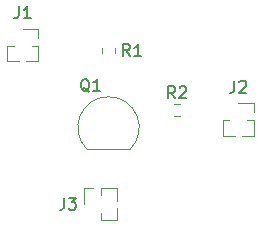
<source format=gbr>
%TF.GenerationSoftware,KiCad,Pcbnew,8.0.0*%
%TF.CreationDate,2024-04-01T19:04:45+08:00*%
%TF.ProjectId,tutorial file,7475746f-7269-4616-9c20-66696c652e6b,rev?*%
%TF.SameCoordinates,Original*%
%TF.FileFunction,Legend,Top*%
%TF.FilePolarity,Positive*%
%FSLAX46Y46*%
G04 Gerber Fmt 4.6, Leading zero omitted, Abs format (unit mm)*
G04 Created by KiCad (PCBNEW 8.0.0) date 2024-04-01 19:04:45*
%MOMM*%
%LPD*%
G01*
G04 APERTURE LIST*
%ADD10C,0.150000*%
%ADD11C,0.120000*%
G04 APERTURE END LIST*
D10*
X141658333Y-98024819D02*
X141325000Y-97548628D01*
X141086905Y-98024819D02*
X141086905Y-97024819D01*
X141086905Y-97024819D02*
X141467857Y-97024819D01*
X141467857Y-97024819D02*
X141563095Y-97072438D01*
X141563095Y-97072438D02*
X141610714Y-97120057D01*
X141610714Y-97120057D02*
X141658333Y-97215295D01*
X141658333Y-97215295D02*
X141658333Y-97358152D01*
X141658333Y-97358152D02*
X141610714Y-97453390D01*
X141610714Y-97453390D02*
X141563095Y-97501009D01*
X141563095Y-97501009D02*
X141467857Y-97548628D01*
X141467857Y-97548628D02*
X141086905Y-97548628D01*
X142039286Y-97120057D02*
X142086905Y-97072438D01*
X142086905Y-97072438D02*
X142182143Y-97024819D01*
X142182143Y-97024819D02*
X142420238Y-97024819D01*
X142420238Y-97024819D02*
X142515476Y-97072438D01*
X142515476Y-97072438D02*
X142563095Y-97120057D01*
X142563095Y-97120057D02*
X142610714Y-97215295D01*
X142610714Y-97215295D02*
X142610714Y-97310533D01*
X142610714Y-97310533D02*
X142563095Y-97453390D01*
X142563095Y-97453390D02*
X141991667Y-98024819D01*
X141991667Y-98024819D02*
X142610714Y-98024819D01*
X137833333Y-94454818D02*
X137500000Y-93978627D01*
X137261905Y-94454818D02*
X137261905Y-93454818D01*
X137261905Y-93454818D02*
X137642857Y-93454818D01*
X137642857Y-93454818D02*
X137738095Y-93502437D01*
X137738095Y-93502437D02*
X137785714Y-93550056D01*
X137785714Y-93550056D02*
X137833333Y-93645294D01*
X137833333Y-93645294D02*
X137833333Y-93788151D01*
X137833333Y-93788151D02*
X137785714Y-93883389D01*
X137785714Y-93883389D02*
X137738095Y-93931008D01*
X137738095Y-93931008D02*
X137642857Y-93978627D01*
X137642857Y-93978627D02*
X137261905Y-93978627D01*
X138785714Y-94454818D02*
X138214286Y-94454818D01*
X138500000Y-94454818D02*
X138500000Y-93454818D01*
X138500000Y-93454818D02*
X138404762Y-93597675D01*
X138404762Y-93597675D02*
X138309524Y-93692913D01*
X138309524Y-93692913D02*
X138214286Y-93740532D01*
X134404761Y-97490057D02*
X134309523Y-97442438D01*
X134309523Y-97442438D02*
X134214285Y-97347200D01*
X134214285Y-97347200D02*
X134071428Y-97204342D01*
X134071428Y-97204342D02*
X133976190Y-97156723D01*
X133976190Y-97156723D02*
X133880952Y-97156723D01*
X133928571Y-97394819D02*
X133833333Y-97347200D01*
X133833333Y-97347200D02*
X133738095Y-97251961D01*
X133738095Y-97251961D02*
X133690476Y-97061485D01*
X133690476Y-97061485D02*
X133690476Y-96728152D01*
X133690476Y-96728152D02*
X133738095Y-96537676D01*
X133738095Y-96537676D02*
X133833333Y-96442438D01*
X133833333Y-96442438D02*
X133928571Y-96394819D01*
X133928571Y-96394819D02*
X134119047Y-96394819D01*
X134119047Y-96394819D02*
X134214285Y-96442438D01*
X134214285Y-96442438D02*
X134309523Y-96537676D01*
X134309523Y-96537676D02*
X134357142Y-96728152D01*
X134357142Y-96728152D02*
X134357142Y-97061485D01*
X134357142Y-97061485D02*
X134309523Y-97251961D01*
X134309523Y-97251961D02*
X134214285Y-97347200D01*
X134214285Y-97347200D02*
X134119047Y-97394819D01*
X134119047Y-97394819D02*
X133928571Y-97394819D01*
X135309523Y-97394819D02*
X134738095Y-97394819D01*
X135023809Y-97394819D02*
X135023809Y-96394819D01*
X135023809Y-96394819D02*
X134928571Y-96537676D01*
X134928571Y-96537676D02*
X134833333Y-96632914D01*
X134833333Y-96632914D02*
X134738095Y-96680533D01*
X132261666Y-106454819D02*
X132261666Y-107169104D01*
X132261666Y-107169104D02*
X132214047Y-107311961D01*
X132214047Y-107311961D02*
X132118809Y-107407200D01*
X132118809Y-107407200D02*
X131975952Y-107454819D01*
X131975952Y-107454819D02*
X131880714Y-107454819D01*
X132642619Y-106454819D02*
X133261666Y-106454819D01*
X133261666Y-106454819D02*
X132928333Y-106835771D01*
X132928333Y-106835771D02*
X133071190Y-106835771D01*
X133071190Y-106835771D02*
X133166428Y-106883390D01*
X133166428Y-106883390D02*
X133214047Y-106931009D01*
X133214047Y-106931009D02*
X133261666Y-107026247D01*
X133261666Y-107026247D02*
X133261666Y-107264342D01*
X133261666Y-107264342D02*
X133214047Y-107359580D01*
X133214047Y-107359580D02*
X133166428Y-107407200D01*
X133166428Y-107407200D02*
X133071190Y-107454819D01*
X133071190Y-107454819D02*
X132785476Y-107454819D01*
X132785476Y-107454819D02*
X132690238Y-107407200D01*
X132690238Y-107407200D02*
X132642619Y-107359580D01*
X146666666Y-96549819D02*
X146666666Y-97264104D01*
X146666666Y-97264104D02*
X146619047Y-97406961D01*
X146619047Y-97406961D02*
X146523809Y-97502200D01*
X146523809Y-97502200D02*
X146380952Y-97549819D01*
X146380952Y-97549819D02*
X146285714Y-97549819D01*
X147095238Y-96645057D02*
X147142857Y-96597438D01*
X147142857Y-96597438D02*
X147238095Y-96549819D01*
X147238095Y-96549819D02*
X147476190Y-96549819D01*
X147476190Y-96549819D02*
X147571428Y-96597438D01*
X147571428Y-96597438D02*
X147619047Y-96645057D01*
X147619047Y-96645057D02*
X147666666Y-96740295D01*
X147666666Y-96740295D02*
X147666666Y-96835533D01*
X147666666Y-96835533D02*
X147619047Y-96978390D01*
X147619047Y-96978390D02*
X147047619Y-97549819D01*
X147047619Y-97549819D02*
X147666666Y-97549819D01*
X128410666Y-90258619D02*
X128410666Y-90972904D01*
X128410666Y-90972904D02*
X128363047Y-91115761D01*
X128363047Y-91115761D02*
X128267809Y-91211000D01*
X128267809Y-91211000D02*
X128124952Y-91258619D01*
X128124952Y-91258619D02*
X128029714Y-91258619D01*
X129410666Y-91258619D02*
X128839238Y-91258619D01*
X129124952Y-91258619D02*
X129124952Y-90258619D01*
X129124952Y-90258619D02*
X129029714Y-90401476D01*
X129029714Y-90401476D02*
X128934476Y-90496714D01*
X128934476Y-90496714D02*
X128839238Y-90544333D01*
D11*
%TO.C,R2*%
X141587742Y-98477500D02*
X142062258Y-98477500D01*
X141587742Y-99522500D02*
X142062258Y-99522500D01*
%TO.C,R1*%
X136522500Y-93762742D02*
X136522500Y-94237258D01*
X135477500Y-93762742D02*
X135477500Y-94237258D01*
%TO.C,Q1*%
X134217800Y-102350000D02*
X137817800Y-102350000D01*
X134179322Y-102338478D02*
G75*
G02*
X136017800Y-97900000I1838478J1838478D01*
G01*
X136017800Y-97900000D02*
G75*
G02*
X137856278Y-102338478I0J-2600000D01*
G01*
%TO.C,J3*%
X135365000Y-108330000D02*
X136695000Y-108330000D01*
X135365000Y-108330000D02*
X135365000Y-107760000D01*
X136695000Y-108330000D02*
X136695000Y-107307530D01*
X133970000Y-107000000D02*
X133970000Y-105670000D01*
X136695000Y-106692470D02*
X136695000Y-105670000D01*
X135365000Y-106240000D02*
X135365000Y-105670000D01*
X133970000Y-105670000D02*
X134730000Y-105670000D01*
X135365000Y-105670000D02*
X136695000Y-105670000D01*
%TO.C,J2*%
X145670000Y-99865000D02*
X145670000Y-101195000D01*
X145670000Y-99865000D02*
X146240000Y-99865000D01*
X145670000Y-101195000D02*
X146692470Y-101195000D01*
X147000000Y-98470000D02*
X148330000Y-98470000D01*
X147307530Y-101195000D02*
X148330000Y-101195000D01*
X147760000Y-99865000D02*
X148330000Y-99865000D01*
X148330000Y-98470000D02*
X148330000Y-99230000D01*
X148330000Y-99865000D02*
X148330000Y-101195000D01*
%TO.C,J1*%
X127414000Y-93573800D02*
X127414000Y-94903800D01*
X127414000Y-93573800D02*
X127984000Y-93573800D01*
X127414000Y-94903800D02*
X128436470Y-94903800D01*
X128744000Y-92178800D02*
X130074000Y-92178800D01*
X129051530Y-94903800D02*
X130074000Y-94903800D01*
X129504000Y-93573800D02*
X130074000Y-93573800D01*
X130074000Y-92178800D02*
X130074000Y-92938800D01*
X130074000Y-93573800D02*
X130074000Y-94903800D01*
%TD*%
M02*

</source>
